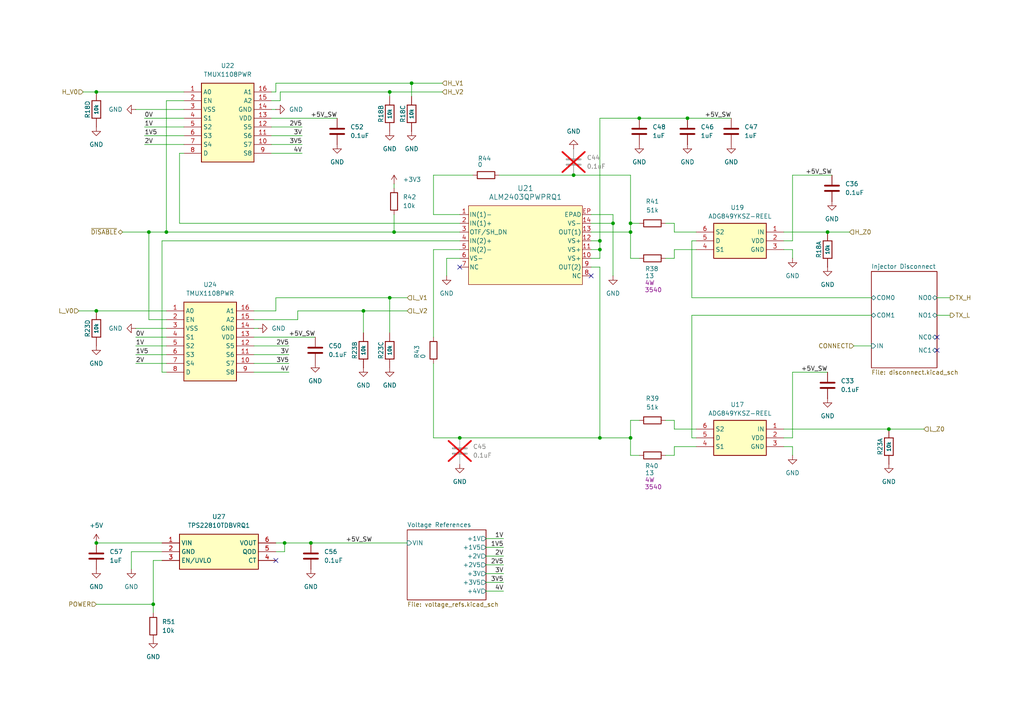
<source format=kicad_sch>
(kicad_sch (version 20250114) (generator "eeschema") (generator_version "9.0")
  (paper "A4")
  (title_block (title "Maritime Hacking Village") (date "2025") (rev "1") (company "DC33"))
  (lib_symbols
    (symbol "ALM2403QPWPRQ1_1" (pin_names (offset 0.254))
      (property "Reference" "U" (at 27.94 10.16 0))
      (property "Value" "ALM2403QPWPRQ1" (at 27.94 7.62 0))
      (symbol "ALM2403QPWPRQ1_1_0_1"
        (pin unspecified line (at 5.08 -2.54 0) (length 2.54) (name "IN(1)+") (number "2"))
        (pin unspecified line (at 5.08 -5.08 0) (length 2.54) (name "OTF/SH_DN") (number "3"))
        (pin unspecified line (at 5.08 -7.62 0) (length 2.54) (name "IN(2)+") (number "4"))
        (pin unspecified line (at 5.08 -10.16 0) (length 2.54) (name "IN(2)-") (number "5"))
        (pin unspecified line (at 5.08 -12.7 0) (length 2.54) (name "VS-") (number "6"))
        (pin unspecified line (at 5.08 -15.24 0) (length 2.54) (name "NC") (number "7"))
        (pin unspecified line (at 43.18 -2.54 180) (length 2.54) (name "VS-") (number "14"))
        (pin unspecified line (at 43.18 -5.08 180) (length 2.54) (name "OUT(1)") (number "13"))
        (pin unspecified line (at 43.18 -7.62 180) (length 2.54) (name "VS+") (number "12"))
        (pin unspecified line (at 43.18 -10.16 180) (length 2.54) (name "VS+") (number "11"))
        (pin unspecified line (at 43.18 -12.7 180) (length 2.54) (name "VS+") (number "10"))
        (pin unspecified line (at 43.18 -15.24 180) (length 2.54) (name "OUT(2)") (number "9"))
        (pin unspecified line (at 43.18 -17.78 180) (length 2.54) (name "NC") (number "8"))
      )
      (symbol "ALM2403QPWPRQ1_1_1_1"
        (rectangle (start 7.62 2.54) (end 40.64 -20.32) (fill (type background)))
        (pin unspecified line (at 5.08 0 0) (length 2.54) (name "IN(1)-") (number "1"))
        (pin unspecified line (at 43.18 0 180) (length 2.54) (name "EPAD") (number "EP"))
      )
    )
    (symbol "Library:ADG849YKSZ-REEL"
      (property "Reference" "IC" (at 21.59 7.62 0))
      (property "Value" "ADG849YKSZ-REEL" (at 21.59 5.08 0))
      (symbol "ADG849YKSZ-REEL_1_1"
        (rectangle (start 5.08 2.54) (end 20.32 -7.62) (stroke (width 0.254)) (fill (type background)))
        (pin passive line (at 0 0 0) (length 5.08) (name "IN") (number "1"))
        (pin passive line (at 0 -2.54 0) (length 5.08) (name "VDD") (number "2"))
        (pin passive line (at 0 -5.08 0) (length 5.08) (name "GND") (number "3"))
        (pin passive line (at 25.4 0 180) (length 5.08) (name "S2") (number "6"))
        (pin passive line (at 25.4 -2.54 180) (length 5.08) (name "D") (number "5"))
        (pin passive line (at 25.4 -5.08 180) (length 5.08) (name "S1") (number "4"))
      )
    )
    (symbol "Library:C" (pin_numbers (hide yes)) (pin_names (offset 0.254))
      (property "Reference" "C" (at 0.635 2.54 0))
      (property "Value" "C" (at 0.635 -2.54 0))
      (symbol "C_0_1"
        (polyline (pts (xy -2.032 0.762) (xy 2.032 0.762)) (stroke (width 0.508)))
        (polyline (pts (xy -2.032 -0.762) (xy 2.032 -0.762)) (stroke (width 0.508)))
      )
      (symbol "C_1_1"
        (pin passive line (at 0 3.81 270) (length 2.794) (name "~") (number "1"))
        (pin passive line (at 0 -3.81 90) (length 2.794) (name "~") (number "2"))
      )
    )
    (symbol "Library:R" (pin_numbers (hide yes)) (pin_names (offset 0))
      (property "Reference" "R" (at 2.032 0 90))
      (property "Value" "R" (at 0 0 90))
      (symbol "R_0_1"
        (rectangle (start -1.016 -2.54) (end 1.016 2.54) (stroke (width 0.254)))
      )
      (symbol "R_1_1"
        (pin passive line (at 0 3.81 270) (length 1.27) (name "~") (number "1"))
        (pin passive line (at 0 -3.81 90) (length 1.27) (name "~") (number "2"))
      )
    )
    (symbol "Library:RESISTOR_4PACK"
      (property "Reference" "R" (at 0 2.54 0))
      (symbol "RESISTOR_4PACK_1_0"
        (polyline (pts (xy -2.54 1.27) (xy 2.54 1.27)) (stroke (width 0.254)))
        (polyline (pts (xy -2.54 -1.27) (xy -2.54 1.27)) (stroke (width 0.254)))
        (polyline (pts (xy 2.54 1.27) (xy 2.54 -1.27)) (stroke (width 0.254)))
        (polyline (pts (xy 2.54 -1.27) (xy -2.54 -1.27)) (stroke (width 0.254)))
        (pin passive line (at -5.08 0 0) (length 2.54) (name "1") (number "1"))
        (pin passive line (at 5.08 0 180) (length 2.54) (name "2") (number "8"))
      )
      (symbol "RESISTOR_4PACK_2_0"
        (polyline (pts (xy -2.54 1.27) (xy 2.54 1.27)) (stroke (width 0.254)))
        (polyline (pts (xy -2.54 -1.27) (xy -2.54 1.27)) (stroke (width 0.254)))
        (polyline (pts (xy 2.54 1.27) (xy 2.54 -1.27)) (stroke (width 0.254)))
        (polyline (pts (xy 2.54 -1.27) (xy -2.54 -1.27)) (stroke (width 0.254)))
        (pin passive line (at -5.08 0 0) (length 2.54) (name "1") (number "2"))
        (pin passive line (at 5.08 0 180) (length 2.54) (name "2") (number "7"))
      )
      (symbol "RESISTOR_4PACK_3_0"
        (polyline (pts (xy -2.54 1.27) (xy 2.54 1.27)) (stroke (width 0.254)))
        (polyline (pts (xy -2.54 -1.27) (xy -2.54 1.27)) (stroke (width 0.254)))
        (polyline (pts (xy 2.54 1.27) (xy 2.54 -1.27)) (stroke (width 0.254)))
        (polyline (pts (xy 2.54 -1.27) (xy -2.54 -1.27)) (stroke (width 0.254)))
        (pin passive line (at -5.08 0 0) (length 2.54) (name "1") (number "3"))
        (pin passive line (at 5.08 0 180) (length 2.54) (name "2") (number "6"))
      )
      (symbol "RESISTOR_4PACK_4_0"
        (polyline (pts (xy -2.54 1.27) (xy 2.54 1.27)) (stroke (width 0.254)))
        (polyline (pts (xy -2.54 -1.27) (xy -2.54 1.27)) (stroke (width 0.254)))
        (polyline (pts (xy 2.54 1.27) (xy 2.54 -1.27)) (stroke (width 0.254)))
        (polyline (pts (xy 2.54 -1.27) (xy -2.54 -1.27)) (stroke (width 0.254)))
        (pin passive line (at -5.08 0 0) (length 2.54) (name "1") (number "4"))
        (pin passive line (at 5.08 0 180) (length 2.54) (name "2") (number "5"))
      )
    )
    (symbol "Library:TMUX1108PWR"
      (property "Reference" "IC" (at 21.59 7.62 0))
      (property "Value" "TMUX1108PWR" (at 21.59 5.08 0))
      (symbol "TMUX1108PWR_1_1"
        (rectangle (start 5.08 2.54) (end 20.32 -20.32) (stroke (width 0.254)) (fill (type background)))
        (pin passive line (at 0 0 0) (length 5.08) (name "A0") (number "1"))
        (pin passive line (at 0 -2.54 0) (length 5.08) (name "EN") (number "2"))
        (pin passive line (at 0 -5.08 0) (length 5.08) (name "VSS") (number "3"))
        (pin passive line (at 0 -7.62 0) (length 5.08) (name "S1") (number "4"))
        (pin passive line (at 0 -10.16 0) (length 5.08) (name "S2") (number "5"))
        (pin passive line (at 0 -12.7 0) (length 5.08) (name "S3") (number "6"))
        (pin passive line (at 0 -15.24 0) (length 5.08) (name "S4") (number "7"))
        (pin passive line (at 0 -17.78 0) (length 5.08) (name "D") (number "8"))
        (pin passive line (at 25.4 0 180) (length 5.08) (name "A1") (number "16"))
        (pin passive line (at 25.4 -2.54 180) (length 5.08) (name "A2") (number "15"))
        (pin passive line (at 25.4 -5.08 180) (length 5.08) (name "GND") (number "14"))
        (pin passive line (at 25.4 -7.62 180) (length 5.08) (name "VDD") (number "13"))
        (pin passive line (at 25.4 -10.16 180) (length 5.08) (name "S5") (number "12"))
        (pin passive line (at 25.4 -12.7 180) (length 5.08) (name "S6") (number "11"))
        (pin passive line (at 25.4 -15.24 180) (length 5.08) (name "S7") (number "10"))
        (pin passive line (at 25.4 -17.78 180) (length 5.08) (name "S8") (number "9"))
      )
    )
    (symbol "Library:TPS22810TDBVRQ1"
      (property "Reference" "U" (at 29.21 7.62 0))
      (property "Value" "TPS22810TDBVRQ1" (at 29.21 5.08 0))
      (symbol "TPS22810TDBVRQ1_1_1"
        (rectangle (start 5.08 2.54) (end 27.94 -7.62) (stroke (width 0.254)) (fill (type background)))
        (pin power_in line (at 0 0 0) (length 5.08) (name "VIN") (number "1"))
        (pin passive line (at 0 -2.54 0) (length 5.08) (name "GND") (number "2"))
        (pin passive line (at 0 -5.08 0) (length 5.08) (name "EN/UVLO") (number "3"))
        (pin power_out line (at 33.02 0 180) (length 5.08) (name "VOUT") (number "6"))
        (pin passive line (at 33.02 -2.54 180) (length 5.08) (name "QOD") (number "5"))
        (pin passive line (at 33.02 -5.08 180) (length 5.08) (name "CT") (number "4"))
      )
    )
    (symbol "power:+5V" (power) (pin_numbers (hide yes)) (pin_names (offset 0) (hide yes))
      (property "Value" "+5V" (at 0 3.556 0))
      (symbol "+5V_0_1"
        (polyline (pts (xy -0.762 1.27) (xy 0 2.54)))
        (polyline (pts (xy 0 2.54) (xy 0.762 1.27)))
        (polyline (pts (xy 0 0) (xy 0 2.54)))
      )
      (symbol "+5V_1_1"
        (pin power_in line (at 0 0 90) (length 0) (name "~") (number "1"))
      )
    )
    (symbol "power:GND" (power) (pin_numbers (hide yes)) (pin_names (offset 0) (hide yes))
      (property "Value" "GND" (at 0 -3.81 0))
      (symbol "GND_0_1"
        (polyline (pts (xy 0 0) (xy 0 -1.27) (xy 1.27 -1.27) (xy 0 -2.54) (xy -1.27 -1.27) (xy 0 -1.27)))
      )
      (symbol "GND_1_1"
        (pin power_in line (at 0 0 270) (length 0) (name "~") (number "1"))
      )
    )
  )
  (junction (at 43.18 67.31))
  (junction (at 182.88 67.31))
  (junction (at 105.41 90.17))
  (junction (at 133.35 127))
  (junction (at 166.37 50.8))
  (junction (at 113.03 26.67))
  (junction (at 119.38 24.13))
  (junction (at 182.88 64.77))
  (junction (at 27.94 26.67))
  (junction (at 173.99 72.39))
  (junction (at 199.39 34.29))
  (junction (at 173.99 127))
  (junction (at 257.81 124.46))
  (junction (at 240.03 67.31))
  (junction (at 173.99 69.85))
  (junction (at 27.94 157.48))
  (junction (at 185.42 34.29))
  (junction (at 27.94 90.17))
  (junction (at 48.26 67.31))
  (junction (at 113.03 86.36))
  (junction (at 114.3 67.31))
  (junction (at 82.55 157.48))
  (junction (at 182.88 127))
  (junction (at 177.8 64.77))
  (junction (at 90.17 157.48))
  (junction (at 44.45 175.26))
  (no_connect (at 171.45 80.01))
  (no_connect (at 80.01 162.56))
  (no_connect (at 271.78 97.79))
  (no_connect (at 133.35 77.47))
  (no_connect (at 271.78 101.6))
  (wire (pts (xy 43.18 67.31) (xy 48.26 67.31)))
  (wire (pts (xy 182.88 64.77) (xy 185.42 64.77)))
  (wire (pts (xy 195.58 121.92) (xy 193.04 121.92)))
  (wire (pts (xy 125.73 72.39) (xy 125.73 97.79)))
  (wire (pts (xy 38.1 160.02) (xy 38.1 165.1)))
  (wire (pts (xy 125.73 72.39) (xy 133.35 72.39)))
  (wire (pts (xy 229.87 50.8) (xy 241.3 50.8)))
  (wire (pts (xy 22.86 90.17) (xy 27.94 90.17)))
  (wire (pts (xy 78.74 34.29) (xy 97.79 34.29)))
  (wire (pts (xy 229.87 72.39) (xy 227.33 72.39)))
  (wire (pts (xy 185.42 34.29) (xy 173.99 34.29)))
  (wire (pts (xy 86.36 92.71) (xy 73.66 92.71)))
  (wire (pts (xy 195.58 64.77) (xy 195.58 67.31)))
  (wire (pts (xy 227.33 69.85) (xy 229.87 69.85)))
  (wire (pts (xy 182.88 64.77) (xy 182.88 67.31)))
  (wire (pts (xy 87.63 44.45) (xy 78.74 44.45)))
  (wire (pts (xy 113.03 86.36) (xy 113.03 96.52)))
  (wire (pts (xy 177.8 64.77) (xy 177.8 80.01)))
  (wire (pts (xy 166.37 50.8) (xy 144.78 50.8)))
  (wire (pts (xy 81.28 29.21) (xy 78.74 29.21)))
  (wire (pts (xy 229.87 74.93) (xy 229.87 72.39)))
  (wire (pts (xy 200.66 69.85) (xy 200.66 86.36)))
  (wire (pts (xy 113.03 26.67) (xy 113.03 27.94)))
  (wire (pts (xy 105.41 90.17) (xy 118.11 90.17)))
  (wire (pts (xy 171.45 72.39) (xy 173.99 72.39)))
  (wire (pts (xy 39.37 105.41) (xy 48.26 105.41)))
  (wire (pts (xy 182.88 64.77) (xy 182.88 50.8)))
  (wire (pts (xy 113.03 26.67) (xy 128.27 26.67)))
  (wire (pts (xy 43.18 67.31) (xy 43.18 92.71)))
  (wire (pts (xy 125.73 50.8) (xy 125.73 62.23)))
  (wire (pts (xy 87.63 36.83) (xy 78.74 36.83)))
  (wire (pts (xy 247.65 100.33) (xy 252.73 100.33)))
  (wire (pts (xy 173.99 77.47) (xy 173.99 127)))
  (wire (pts (xy 171.45 69.85) (xy 173.99 69.85)))
  (wire (pts (xy 86.36 90.17) (xy 105.41 90.17)))
  (wire (pts (xy 200.66 86.36) (xy 252.73 86.36)))
  (wire (pts (xy 137.16 50.8) (xy 125.73 50.8)))
  (wire (pts (xy 212.09 34.29) (xy 199.39 34.29)))
  (wire (pts (xy 133.35 74.93) (xy 129.54 74.93)))
  (wire (pts (xy 73.66 95.25) (xy 74.93 95.25)))
  (wire (pts (xy 78.74 31.75) (xy 80.01 31.75)))
  (wire (pts (xy 125.73 105.41) (xy 125.73 127)))
  (wire (pts (xy 227.33 124.46) (xy 257.81 124.46)))
  (wire (pts (xy 200.66 91.44) (xy 252.73 91.44)))
  (wire (pts (xy 229.87 50.8) (xy 229.87 69.85)))
  (wire (pts (xy 48.26 29.21) (xy 48.26 67.31)))
  (wire (pts (xy 41.91 39.37) (xy 53.34 39.37)))
  (wire (pts (xy 119.38 24.13) (xy 80.01 24.13)))
  (wire (pts (xy 257.81 124.46) (xy 267.97 124.46)))
  (wire (pts (xy 200.66 127) (xy 201.93 127)))
  (wire (pts (xy 41.91 34.29) (xy 53.34 34.29)))
  (wire (pts (xy 173.99 127) (xy 133.35 127)))
  (wire (pts (xy 171.45 62.23) (xy 177.8 62.23)))
  (wire (pts (xy 133.35 62.23) (xy 125.73 62.23)))
  (wire (pts (xy 114.3 53.34) (xy 114.3 54.61)))
  (wire (pts (xy 80.01 86.36) (xy 80.01 90.17)))
  (wire (pts (xy 83.82 105.41) (xy 73.66 105.41)))
  (wire (pts (xy 83.82 107.95) (xy 73.66 107.95)))
  (wire (pts (xy 86.36 90.17) (xy 86.36 92.71)))
  (wire (pts (xy 87.63 39.37) (xy 78.74 39.37)))
  (wire (pts (xy 171.45 67.31) (xy 182.88 67.31)))
  (wire (pts (xy 195.58 132.08) (xy 193.04 132.08)))
  (wire (pts (xy 80.01 160.02) (xy 82.55 160.02)))
  (wire (pts (xy 182.88 127) (xy 182.88 132.08)))
  (wire (pts (xy 229.87 129.54) (xy 227.33 129.54)))
  (wire (pts (xy 73.66 97.79) (xy 91.44 97.79)))
  (wire (pts (xy 140.97 166.37) (xy 146.05 166.37)))
  (wire (pts (xy 185.42 132.08) (xy 182.88 132.08)))
  (wire (pts (xy 195.58 72.39) (xy 195.58 74.93)))
  (wire (pts (xy 39.37 100.33) (xy 48.26 100.33)))
  (wire (pts (xy 240.03 67.31) (xy 246.38 67.31)))
  (wire (pts (xy 82.55 157.48) (xy 90.17 157.48)))
  (wire (pts (xy 200.66 127) (xy 200.66 91.44)))
  (wire (pts (xy 271.78 86.36) (xy 275.59 86.36)))
  (wire (pts (xy 24.13 26.67) (xy 27.94 26.67)))
  (wire (pts (xy 27.94 175.26) (xy 44.45 175.26)))
  (wire (pts (xy 227.33 67.31) (xy 240.03 67.31)))
  (wire (pts (xy 105.41 90.17) (xy 105.41 96.52)))
  (wire (pts (xy 227.33 127) (xy 229.87 127)))
  (wire (pts (xy 90.17 157.48) (xy 118.11 157.48)))
  (wire (pts (xy 182.88 67.31) (xy 182.88 74.93)))
  (wire (pts (xy 271.78 91.44) (xy 275.59 91.44)))
  (wire (pts (xy 182.88 50.8) (xy 166.37 50.8)))
  (wire (pts (xy 46.99 107.95) (xy 46.99 69.85)))
  (wire (pts (xy 195.58 74.93) (xy 193.04 74.93)))
  (wire (pts (xy 39.37 97.79) (xy 48.26 97.79)))
  (wire (pts (xy 113.03 86.36) (xy 80.01 86.36)))
  (wire (pts (xy 53.34 29.21) (xy 48.26 29.21)))
  (wire (pts (xy 173.99 74.93) (xy 171.45 74.93)))
  (wire (pts (xy 119.38 24.13) (xy 119.38 27.94)))
  (wire (pts (xy 125.73 127) (xy 133.35 127)))
  (wire (pts (xy 80.01 157.48) (xy 82.55 157.48)))
  (wire (pts (xy 87.63 41.91) (xy 78.74 41.91)))
  (wire (pts (xy 80.01 90.17) (xy 73.66 90.17)))
  (wire (pts (xy 39.37 95.25) (xy 48.26 95.25)))
  (wire (pts (xy 173.99 72.39) (xy 173.99 74.93)))
  (wire (pts (xy 46.99 69.85) (xy 133.35 69.85)))
  (wire (pts (xy 48.26 92.71) (xy 43.18 92.71)))
  (wire (pts (xy 44.45 175.26) (xy 44.45 177.8)))
  (wire (pts (xy 114.3 67.31) (xy 133.35 67.31)))
  (wire (pts (xy 140.97 168.91) (xy 146.05 168.91)))
  (wire (pts (xy 44.45 162.56) (xy 46.99 162.56)))
  (wire (pts (xy 118.11 86.36) (xy 113.03 86.36)))
  (wire (pts (xy 41.91 36.83) (xy 53.34 36.83)))
  (wire (pts (xy 27.94 26.67) (xy 53.34 26.67)))
  (wire (pts (xy 35.56 67.31) (xy 43.18 67.31)))
  (wire (pts (xy 80.01 26.67) (xy 78.74 26.67)))
  (wire (pts (xy 39.37 31.75) (xy 53.34 31.75)))
  (wire (pts (xy 173.99 34.29) (xy 173.99 69.85)))
  (wire (pts (xy 185.42 74.93) (xy 182.88 74.93)))
  (wire (pts (xy 140.97 161.29) (xy 146.05 161.29)))
  (wire (pts (xy 195.58 124.46) (xy 201.93 124.46)))
  (wire (pts (xy 201.93 129.54) (xy 195.58 129.54)))
  (wire (pts (xy 128.27 24.13) (xy 119.38 24.13)))
  (wire (pts (xy 173.99 127) (xy 182.88 127)))
  (wire (pts (xy 114.3 62.23) (xy 114.3 67.31)))
  (wire (pts (xy 195.58 129.54) (xy 195.58 132.08)))
  (wire (pts (xy 182.88 121.92) (xy 185.42 121.92)))
  (wire (pts (xy 177.8 62.23) (xy 177.8 64.77)))
  (wire (pts (xy 27.94 157.48) (xy 46.99 157.48)))
  (wire (pts (xy 41.91 41.91) (xy 53.34 41.91)))
  (wire (pts (xy 52.07 44.45) (xy 52.07 64.77)))
  (wire (pts (xy 229.87 127) (xy 229.87 107.95)))
  (wire (pts (xy 229.87 132.08) (xy 229.87 129.54)))
  (wire (pts (xy 182.88 121.92) (xy 182.88 127)))
  (wire (pts (xy 140.97 171.45) (xy 146.05 171.45)))
  (wire (pts (xy 83.82 102.87) (xy 73.66 102.87)))
  (wire (pts (xy 140.97 163.83) (xy 146.05 163.83)))
  (wire (pts (xy 80.01 24.13) (xy 80.01 26.67)))
  (wire (pts (xy 173.99 69.85) (xy 173.99 72.39)))
  (wire (pts (xy 81.28 26.67) (xy 113.03 26.67)))
  (wire (pts (xy 201.93 72.39) (xy 195.58 72.39)))
  (wire (pts (xy 27.94 90.17) (xy 48.26 90.17)))
  (wire (pts (xy 199.39 34.29) (xy 185.42 34.29)))
  (wire (pts (xy 48.26 107.95) (xy 46.99 107.95)))
  (wire (pts (xy 195.58 121.92) (xy 195.58 124.46)))
  (wire (pts (xy 52.07 44.45) (xy 53.34 44.45)))
  (wire (pts (xy 48.26 67.31) (xy 114.3 67.31)))
  (wire (pts (xy 173.99 77.47) (xy 171.45 77.47)))
  (wire (pts (xy 140.97 156.21) (xy 146.05 156.21)))
  (wire (pts (xy 83.82 100.33) (xy 73.66 100.33)))
  (wire (pts (xy 200.66 69.85) (xy 201.93 69.85)))
  (wire (pts (xy 39.37 102.87) (xy 48.26 102.87)))
  (wire (pts (xy 44.45 162.56) (xy 44.45 175.26)))
  (wire (pts (xy 81.28 26.67) (xy 81.28 29.21)))
  (wire (pts (xy 82.55 160.02) (xy 82.55 157.48)))
  (wire (pts (xy 46.99 160.02) (xy 38.1 160.02)))
  (wire (pts (xy 129.54 74.93) (xy 129.54 80.01)))
  (wire (pts (xy 140.97 158.75) (xy 146.05 158.75)))
  (wire (pts (xy 171.45 64.77) (xy 177.8 64.77)))
  (wire (pts (xy 229.87 107.95) (xy 240.03 107.95)))
  (wire (pts (xy 195.58 67.31) (xy 201.93 67.31)))
  (wire (pts (xy 195.58 64.77) (xy 193.04 64.77)))
  (wire (pts (xy 52.07 64.77) (xy 133.35 64.77)))
  (label "+5V_SW" (at 212.09 34.29 180))
  (label "1V5" (at 146.05 158.75 180))
  (label "3V5" (at 146.05 168.91 180))
  (label "1V" (at 146.05 156.21 180))
  (label "1V" (at 41.91 36.83 0))
  (label "1V5" (at 41.91 39.37 0))
  (label "3V" (at 83.82 102.87 180))
  (label "3V5" (at 83.82 105.41 180))
  (label "3V5" (at 87.63 41.91 180))
  (label "+5V_SW" (at 97.79 34.29 180))
  (label "+5V_SW" (at 241.3 50.8 180))
  (label "2V5" (at 146.05 163.83 180))
  (label "+5V_SW" (at 91.44 97.79 180))
  (label "2V" (at 41.91 41.91 0))
  (label "4V" (at 87.63 44.45 180))
  (label "0V" (at 39.37 97.79 0))
  (label "1V" (at 39.37 100.33 0))
  (label "4V" (at 83.82 107.95 180))
  (label "1V5" (at 39.37 102.87 0))
  (label "2V5" (at 83.82 100.33 180))
  (label "+5V_SW" (at 107.95 157.48 180))
  (label "2V" (at 39.37 105.41 0))
  (label "0V" (at 41.91 34.29 0))
  (label "3V" (at 87.63 39.37 180))
  (label "+5V_SW" (at 240.03 107.95 180))
  (label "4V" (at 146.05 171.45 180))
  (label "2V" (at 146.05 161.29 180))
  (label "2V5" (at 87.63 36.83 180))
  (label "3V" (at 146.05 166.37 180))
  (hierarchical_label "TX_H" (shape output) (at 275.59 86.36 0))
  (hierarchical_label "L_V0" (shape input) (at 22.86 90.17 180))
  (hierarchical_label "L_Z0" (shape input) (at 267.97 124.46 0))
  (hierarchical_label "H_V1" (shape input) (at 128.27 24.13 0))
  (hierarchical_label "L_V2" (shape input) (at 118.11 90.17 0))
  (hierarchical_label "CONNECT" (shape input) (at 247.65 100.33 180))
  (hierarchical_label "H_Z0" (shape input) (at 246.38 67.31 0))
  (hierarchical_label "POWER" (shape input) (at 27.94 175.26 180))
  (hierarchical_label "H_V2" (shape input) (at 128.27 26.67 0))
  (hierarchical_label "~{DISABLE}" (shape tri_state) (at 35.56 67.31 180))
  (hierarchical_label "L_V1" (shape input) (at 118.11 86.36 0))
  (hierarchical_label "H_V0" (shape input) (at 24.13 26.67 180))
  (hierarchical_label "TX_L" (shape output) (at 275.59 91.44 0))
  (symbol (lib_id "power:GND") (at 105.41 106.68 0) (unit 1)
    (property "Reference" "#PWR0207" (effects (hide yes)))
    (property "Value" "GND" (at 105.41 111.76 0))
    (property "Description" "Power symbol creates a global label with name \"GND\" , ground" (effects (hide yes)))
  )
  (symbol (lib_id "Library:C") (at 241.3 54.61 0) (unit 1)
    (property "Reference" "C36" (at 245.11 53.3399 0) (effects (justify left)))
    (property "Value" "0.1uF" (at 245.11 55.8799 0) (effects (justify left)))
    (property "Footprint" "Capacitor_SMD:C_0603_1608Metric" (effects (hide yes)))
    (property "Datasheet" "https://datasheets.kyocera-avx.com/KGM_X7R.pdf" (effects (hide yes)))
    (property "Description" "CAP CER 0.1UF 25V X7R 0603" (effects (hide yes)))
    (property "Manufacturer" "KYOCERA AVX" (effects (hide yes)))
    (property "Package" "0603" (effects (hide yes)))
    (property "Manufacturer Part Number" "KGM15BR71E104KT" (effects (hide yes)))
  )
  (symbol (lib_id "Library:C") (at 199.39 38.1 0) (unit 1)
    (property "Reference" "C46" (at 203.2 36.8299 0) (effects (justify left)))
    (property "Value" "1uF" (at 203.2 39.3699 0) (effects (justify left)))
    (property "Footprint" "Capacitor_SMD:C_0603_1608Metric" (effects (hide yes)))
    (property "Datasheet" "https://www.yageo.com/upload/media/product/productsearch/datasheet/mlcc/UPY-GPHC_X7R_6.3V-to-250V_24.pdf" (effects (hide yes)))
    (property "Description" "CAP CER 1UF 50V X7R 0603" (effects (hide yes)))
    (property "Manufacturer" "Yageo" (effects (hide yes)))
    (property "Package" "0603" (effects (hide yes)))
    (property "Manufacturer Part Number" "CC0603KRX7R9BB105" (effects (hide yes)))
  )
  (symbol (lib_id "Library:C") (at 185.42 38.1 0) (unit 1)
    (property "Reference" "C48" (at 189.23 36.8299 0) (effects (justify left)))
    (property "Value" "1uF" (at 189.23 39.3699 0) (effects (justify left)))
    (property "Footprint" "Capacitor_SMD:C_0603_1608Metric" (effects (hide yes)))
    (property "Datasheet" "https://www.yageo.com/upload/media/product/productsearch/datasheet/mlcc/UPY-GPHC_X7R_6.3V-to-250V_24.pdf" (effects (hide yes)))
    (property "Description" "CAP CER 1UF 50V X7R 0603" (effects (hide yes)))
    (property "Manufacturer" "Yageo" (effects (hide yes)))
    (property "Package" "0603" (effects (hide yes)))
    (property "Manufacturer Part Number" "CC0603KRX7R9BB105" (effects (hide yes)))
  )
  (symbol (lib_id "Library:ADG849YKSZ-REEL") (at 227.33 124.46 0) (mirror y) (unit 1)
    (property "Reference" "U17" (at 213.868 117.348 0))
    (property "Value" "ADG849YKSZ-REEL" (at 214.63 119.888 0))
    (property "Footprint" "Library:SOT65P210X110-6N" (effects (hide yes)))
    (property "Datasheet" "https://www.analog.com/media/en/technical-documentation/data-sheets/ADG849.pdf" (effects (hide yes)))
    (property "Description" "IC SWITCH SPDTX1 600MOHM SC70-6" (effects (hide yes)))
    (property "Height" "1.1" (effects (hide yes)))
    (property "Manufacturer" "Analog Devices" (effects (hide yes)))
    (property "Manufacturer Part Number" "ADG849YKSZ-REEL" (effects (hide yes)))
  )
  (symbol (lib_id "power:GND") (at 74.93 95.25 90) (unit 1)
    (property "Reference" "#PWR073" (effects (hide yes)))
    (property "Value" "GND" (at 78.74 95.2499 90) (effects (justify right)))
    (property "Description" "Power symbol creates a global label with name \"GND\" , ground" (effects (hide yes)))
  )
  (symbol (lib_id "Library:R") (at 44.45 181.61 180) (unit 1)
    (property "Reference" "R51" (at 46.99 180.3399 0) (effects (justify right)))
    (property "Value" "10k" (at 46.99 182.8799 0) (effects (justify right)))
    (property "Footprint" "Resistor_SMD:R_0603_1608Metric" (effects (hide yes)))
    (property "Datasheet" "https://www.te.com/commerce/DocumentDelivery/DDEController?Action=srchrtrv&DocNm=1773204&DocType=DS&DocLang=English" (effects (hide yes)))
    (property "Description" "RES SMD 10K OHM 1% 1/10W 0603" (effects (hide yes)))
    (property "Tolerance" "1%" (effects (hide yes)))
    (property "Manufacturer" "TE Connectivity Passive Product" (effects (hide yes)))
    (property "Manufacturer Part Number" "CRG0603F10K" (effects (hide yes)))
  )
  (symbol (lib_id "Library:R") (at 125.73 101.6 180) (unit 1)
    (property "Reference" "R43" (at 120.904 100.076 90) (effects (justify left)))
    (property "Value" "0" (at 122.682 102.616 90) (effects (justify left)))
    (property "Footprint" "Resistor_SMD:R_0603_1608Metric" (effects (hide yes)))
    (property "Datasheet" "https://industrial.panasonic.com/cdbs/www-data/pdf/RDA0000/AOA0000C301.pdf" (effects (hide yes)))
    (property "Description" "RES SMD 0 OHM JUMPER 1/10W 0603" (effects (hide yes)))
    (property "Tolerance" "1%" (effects (hide yes)))
    (property "Manufacturer" "Panasonic Electronic Components" (effects (hide yes)))
    (property "Manufacturer Part Number" "ERJ-3GEY0R00V" (effects (hide yes)))
  )
  (symbol (lib_id "Library:C") (at 91.44 101.6 0) (unit 1)
    (property "Reference" "C50" (at 95.25 100.3299 0) (effects (justify left)))
    (property "Value" "0.1uF" (at 95.25 102.8699 0) (effects (justify left)))
    (property "Footprint" "Capacitor_SMD:C_0603_1608Metric" (effects (hide yes)))
    (property "Datasheet" "https://datasheets.kyocera-avx.com/KGM_X7R.pdf" (effects (hide yes)))
    (property "Description" "CAP CER 0.1UF 25V X7R 0603" (effects (hide yes)))
    (property "Manufacturer" "KYOCERA AVX" (effects (hide yes)))
    (property "Package" "0603" (effects (hide yes)))
    (property "Manufacturer Part Number" "KGM15BR71E104KT" (effects (hide yes)))
  )
  (symbol (lib_id "Library:TMUX1108PWR") (at 48.26 90.17 0) (unit 1)
    (property "Reference" "U24" (at 60.96 82.55 0))
    (property "Value" "TMUX1108PWR" (at 60.96 85.09 0))
    (property "Footprint" "Library:SOP65P640X120-16N" (effects (hide yes)))
    (property "Datasheet" "http://www.ti.com/lit/ds/symlink/tmux1108.pdf" (effects (hide yes)))
    (property "Description" "IC MUX 8:1 4OHM 16TSSOP" (effects (hide yes)))
    (property "Height" "1.2" (effects (hide yes)))
    (property "Manufacturer" "Texas Instruments" (effects (hide yes)))
    (property "Manufacturer Part Number" "TMUX1108PWR" (effects (hide yes)))
  )
  (symbol (lib_id "Library:R") (at 189.23 74.93 90) (unit 1)
    (property "Reference" "R38" (at 191.008 77.978 90) (effects (justify left)))
    (property "Value" "13" (at 189.738 80.01 90) (effects (justify left)))
    (property "Footprint" "Library:RES_3540" (effects (hide yes)))
    (property "Datasheet" "https://www.mouser.es/datasheet/2/418/9/ENG_DS_1773204_5_1-3346398.pdf" (effects (hide yes)))
    (property "Description" "RES 3540 13R 1%" (effects (hide yes)))
    (property "Power" "4W" (at 188.468 82.042 90))
    (property "Package" "3540" (at 189.484 84.074 90))
    (property "Manufacturer" "TE Connectivity" (effects (hide yes)))
    (property "Tolerance" "1%" (effects (hide yes)))
    (property "Manufacturer Part Number" "354013RFT" (effects (hide yes)))
  )
  (symbol (lib_id "power:GND") (at 229.87 132.08 0) (unit 1)
    (property "Reference" "#PWR090" (effects (hide yes)))
    (property "Value" "GND" (at 229.87 137.16 0))
    (property "Description" "Power symbol creates a global label with name \"GND\" , ground" (effects (hide yes)))
  )
  (symbol (lib_id "power:GND") (at 177.8 80.01 0) (unit 1)
    (property "Reference" "#PWR083" (effects (hide yes)))
    (property "Value" "GND" (at 177.8 85.09 0))
    (property "Description" "Power symbol creates a global label with name \"GND\" , ground" (effects (hide yes)))
  )
  (symbol (lib_id "power:GND") (at 119.38 38.1 0) (unit 1)
    (property "Reference" "#PWR0212" (effects (hide yes)))
    (property "Value" "GND" (at 119.38 43.18 0))
    (property "Description" "Power symbol creates a global label with name \"GND\" , ground" (effects (hide yes)))
  )
  (symbol (lib_id "Library:R") (at 114.3 58.42 180) (unit 1)
    (property "Reference" "R42" (at 116.84 57.1499 0) (effects (justify right)))
    (property "Value" "10k" (at 116.84 59.6899 0) (effects (justify right)))
    (property "Footprint" "Resistor_SMD:R_0603_1608Metric" (effects (hide yes)))
    (property "Datasheet" "https://www.te.com/commerce/DocumentDelivery/DDEController?Action=srchrtrv&DocNm=1773204&DocType=DS&DocLang=English" (effects (hide yes)))
    (property "Description" "RES SMD 10K OHM 1% 1/10W 0603" (effects (hide yes)))
    (property "Tolerance" "1%" (effects (hide yes)))
    (property "Manufacturer" "TE Connectivity Passive Product" (effects (hide yes)))
    (property "Manufacturer Part Number" "CRG0603F10K" (effects (hide yes)))
  )
  (symbol (lib_id "power:GND") (at 27.94 100.33 0) (unit 1)
    (property "Reference" "#PWR0202" (effects (hide yes)))
    (property "Value" "GND" (at 27.94 105.41 0))
    (property "Description" "Power symbol creates a global label with name \"GND\" , ground" (effects (hide yes)))
  )
  (symbol (lib_id "Library:C") (at 27.94 161.29 0) (unit 1)
    (property "Reference" "C57" (at 31.75 160.0199 0) (effects (justify left)))
    (property "Value" "1uF" (at 31.75 162.5599 0) (effects (justify left)))
    (property "Footprint" "Capacitor_SMD:C_0603_1608Metric" (effects (hide yes)))
    (property "Datasheet" "https://www.yageo.com/upload/media/product/productsearch/datasheet/mlcc/UPY-GPHC_X7R_6.3V-to-250V_24.pdf" (effects (hide yes)))
    (property "Description" "CAP CER 1UF 50V X7R 0603" (effects (hide yes)))
    (property "Manufacturer" "Yageo" (effects (hide yes)))
    (property "Package" "0603" (effects (hide yes)))
    (property "Manufacturer Part Number" "CC0603KRX7R9BB105" (effects (hide yes)))
  )
  (symbol (lib_id "power:GND") (at 212.09 41.91 0) (unit 1)
    (property "Reference" "#PWR086" (effects (hide yes)))
    (property "Value" "GND" (at 212.09 46.99 0))
    (property "Description" "Power symbol creates a global label with name \"GND\" , ground" (effects (hide yes)))
  )
  (symbol (lib_id "Library:C") (at 166.37 46.99 0) (unit 1) (dnp yes)
    (property "Reference" "C44" (at 170.18 45.7199 0) (effects (justify left)))
    (property "Value" "0.1uF" (at 170.18 48.2599 0) (effects (justify left)))
    (property "Footprint" "Capacitor_SMD:C_0603_1608Metric" (effects (hide yes)))
    (property "Datasheet" "https://datasheets.kyocera-avx.com/KGM_X7R.pdf" (effects (hide yes)))
    (property "Description" "CAP CER 0.1UF 25V X7R 0603" (effects (hide yes)))
    (property "Manufacturer" "KYOCERA AVX" (effects (hide yes)))
    (property "Package" "0603" (effects (hide yes)))
    (property "Manufacturer Part Number" "KGM15BR71E104KT" (effects (hide yes)))
  )
  (symbol (lib_id "power:+5V") (at 27.94 157.48 0) (unit 1)
    (property "Reference" "#PWR0198" (effects (hide yes)))
    (property "Value" "+5V" (at 27.94 152.4 0))
    (property "Description" "Power symbol creates a global label with name \"+5V\"" (effects (hide yes)))
  )
  (symbol (lib_id "power:GND") (at 80.01 31.75 90) (unit 1)
    (property "Reference" "#PWR072" (effects (hide yes)))
    (property "Value" "GND" (at 83.82 31.7499 90) (effects (justify right)))
    (property "Description" "Power symbol creates a global label with name \"GND\" , ground" (effects (hide yes)))
  )
  (symbol (lib_id "Library:C") (at 212.09 38.1 0) (unit 1)
    (property "Reference" "C47" (at 215.9 36.8299 0) (effects (justify left)))
    (property "Value" "1uF" (at 215.9 39.3699 0) (effects (justify left)))
    (property "Footprint" "Capacitor_SMD:C_0603_1608Metric" (effects (hide yes)))
    (property "Datasheet" "https://www.yageo.com/upload/media/product/productsearch/datasheet/mlcc/UPY-GPHC_X7R_6.3V-to-250V_24.pdf" (effects (hide yes)))
    (property "Description" "CAP CER 1UF 50V X7R 0603" (effects (hide yes)))
    (property "Manufacturer" "Yageo" (effects (hide yes)))
    (property "Package" "0603" (effects (hide yes)))
    (property "Manufacturer Part Number" "CC0603KRX7R9BB105" (effects (hide yes)))
  )
  (symbol (lib_id "Library:C") (at 240.03 111.76 0) (unit 1)
    (property "Reference" "C33" (at 243.84 110.4899 0) (effects (justify left)))
    (property "Value" "0.1uF" (at 243.84 113.0299 0) (effects (justify left)))
    (property "Footprint" "Capacitor_SMD:C_0603_1608Metric" (effects (hide yes)))
    (property "Datasheet" "https://datasheets.kyocera-avx.com/KGM_X7R.pdf" (effects (hide yes)))
    (property "Description" "CAP CER 0.1UF 25V X7R 0603" (effects (hide yes)))
    (property "Manufacturer" "KYOCERA AVX" (effects (hide yes)))
    (property "Package" "0603" (effects (hide yes)))
    (property "Manufacturer Part Number" "KGM15BR71E104KT" (effects (hide yes)))
  )
  (symbol (lib_id "power:GND") (at 240.03 115.57 0) (unit 1)
    (property "Reference" "#PWR091" (effects (hide yes)))
    (property "Value" "GND" (at 240.03 120.65 0))
    (property "Description" "Power symbol creates a global label with name \"GND\" , ground" (effects (hide yes)))
  )
  (symbol (lib_id "Library:R") (at 140.97 50.8 90) (unit 1)
    (property "Reference" "R44" (at 142.494 45.974 90) (effects (justify left)))
    (property "Value" "0" (at 139.954 47.752 90) (effects (justify left)))
    (property "Footprint" "Resistor_SMD:R_0603_1608Metric" (effects (hide yes)))
    (property "Datasheet" "https://industrial.panasonic.com/cdbs/www-data/pdf/RDA0000/AOA0000C301.pdf" (effects (hide yes)))
    (property "Description" "RES SMD 0 OHM JUMPER 1/10W 0603" (effects (hide yes)))
    (property "Tolerance" "1%" (effects (hide yes)))
    (property "Manufacturer" "Panasonic Electronic Components" (effects (hide yes)))
    (property "Manufacturer Part Number" "ERJ-3GEY0R00V" (effects (hide yes)))
  )
  (symbol (lib_id "power:GND") (at 241.3 58.42 0) (unit 1)
    (property "Reference" "#PWR092" (effects (hide yes)))
    (property "Value" "GND" (at 241.3 63.5 0))
    (property "Description" "Power symbol creates a global label with name \"GND\" , ground" (effects (hide yes)))
  )
  (symbol (lib_id "power:GND") (at 113.03 38.1 0) (unit 1)
    (property "Reference" "#PWR0211" (effects (hide yes)))
    (property "Value" "GND" (at 113.03 43.18 0))
    (property "Description" "Power symbol creates a global label with name \"GND\" , ground" (effects (hide yes)))
  )
  (symbol (lib_id "power:GND") (at 240.03 77.47 0) (unit 1)
    (property "Reference" "#PWR0210" (effects (hide yes)))
    (property "Value" "GND" (at 240.03 82.55 0))
    (property "Description" "Power symbol creates a global label with name \"GND\" , ground" (effects (hide yes)))
  )
  (symbol (lib_id "power:GND") (at 91.44 105.41 0) (unit 1)
    (property "Reference" "#PWR075" (effects (hide yes)))
    (property "Value" "GND" (at 91.44 110.49 0))
    (property "Description" "Power symbol creates a global label with name \"GND\" , ground" (effects (hide yes)))
  )
  (symbol (lib_id "power:GND") (at 39.37 95.25 270) (unit 1)
    (property "Reference" "#PWR071" (effects (hide yes)))
    (property "Value" "GND" (at 35.56 95.2499 90) (effects (justify right)))
    (property "Description" "Power symbol creates a global label with name \"GND\" , ground" (effects (hide yes)))
  )
  (symbol (lib_id "Library:RESISTOR_4PACK") (at 113.03 101.6 90) (unit 3)
    (property "Reference" "R23" (at 110.49 101.6 0))
    (property "Value" "10k" (at 113.03 101.6 0) (effects (font (size 1.016 1.016) (thickness 0.2032) (bold yes))))
    (property "Footprint" "Library:RESPACK_4X0603" (effects (hide yes)))
    (property "Datasheet" "https://industrial.panasonic.com/cdbs/www-data/pdf/AOC0000/AOC0000C14.pdf" (effects (hide yes)))
    (property "Description" "RES ARRAY 4 RES 10K OHM 1206" (effects (hide yes)))
    (property "Manufacturer" "Panasonic Electronic Components" (effects (hide yes)))
    (property "Tolerance" "1%" (effects (hide yes)))
    (property "Manufacturer Part Number" "EXB-38V103JV" (effects (hide yes)))
  )
  (symbol (lib_id "power:GND") (at 229.87 74.93 0) (unit 1)
    (property "Reference" "#PWR088" (effects (hide yes)))
    (property "Value" "GND" (at 229.87 80.01 0))
    (property "Description" "Power symbol creates a global label with name \"GND\" , ground" (effects (hide yes)))
  )
  (symbol (lib_id "power:GND") (at 90.17 165.1 0) (unit 1)
    (property "Reference" "#PWR0118" (effects (hide yes)))
    (property "Value" "GND" (at 90.17 170.18 0))
    (property "Description" "Power symbol creates a global label with name \"GND\" , ground" (effects (hide yes)))
  )
  (symbol (lib_id "Library:RESISTOR_4PACK") (at 105.41 101.6 90) (unit 2)
    (property "Reference" "R23" (at 102.87 101.6 0))
    (property "Value" "10k" (at 105.41 101.6 0) (effects (font (size 1.016 1.016) (thickness 0.2032) (bold yes))))
    (property "Footprint" "Library:RESPACK_4X0603" (effects (hide yes)))
    (property "Datasheet" "https://industrial.panasonic.com/cdbs/www-data/pdf/AOC0000/AOC0000C14.pdf" (effects (hide yes)))
    (property "Description" "RES ARRAY 4 RES 10K OHM 1206" (effects (hide yes)))
    (property "Manufacturer" "Panasonic Electronic Components" (effects (hide yes)))
    (property "Tolerance" "1%" (effects (hide yes)))
    (property "Manufacturer Part Number" "EXB-38V103JV" (effects (hide yes)))
  )
  (symbol (lib_id "power:GND") (at 185.42 41.91 0) (unit 1)
    (property "Reference" "#PWR084" (effects (hide yes)))
    (property "Value" "GND" (at 185.42 46.99 0))
    (property "Description" "Power symbol creates a global label with name \"GND\" , ground" (effects (hide yes)))
  )
  (symbol (lib_id "Library:R") (at 189.23 121.92 270) (unit 1)
    (property "Reference" "R39" (at 189.23 115.57 90))
    (property "Value" "51k" (at 189.23 118.11 90))
    (property "Footprint" "Resistor_SMD:R_0603_1608Metric" (effects (hide yes)))
    (property "Datasheet" "https://www.yageo.com/upload/media/product/products/datasheet/rchip/PYu-RC_Group_51_RoHS_L_12.pdf" (effects (hide yes)))
    (property "Description" "RES 51K OHM 1% 1/10W 0603" (effects (hide yes)))
    (property "Tolerance" "1%" (effects (hide yes)))
    (property "Manufacturer" "Yageo" (effects (hide yes)))
    (property "Manufacturer Part Number" "RC0603FR-0751KL" (effects (hide yes)))
  )
  (symbol (lib_id "power:GND") (at 27.94 165.1 0) (unit 1)
    (property "Reference" "#PWR0117" (effects (hide yes)))
    (property "Value" "GND" (at 27.94 170.18 0))
    (property "Description" "Power symbol creates a global label with name \"GND\" , ground" (effects (hide yes)))
  )
  (symbol (lib_id "power:GND") (at 97.79 41.91 0) (unit 1)
    (property "Reference" "#PWR077" (effects (hide yes)))
    (property "Value" "GND" (at 97.79 46.99 0))
    (property "Description" "Power symbol creates a global label with name \"GND\" , ground" (effects (hide yes)))
  )
  (symbol (lib_id "Library:RESISTOR_4PACK") (at 119.38 33.02 90) (unit 3)
    (property "Reference" "R18" (at 116.84 33.02 0))
    (property "Value" "10k" (at 119.38 33.02 0) (effects (font (size 1.016 1.016) (thickness 0.2032) (bold yes))))
    (property "Footprint" "Library:RESPACK_4X0603" (effects (hide yes)))
    (property "Datasheet" "https://industrial.panasonic.com/cdbs/www-data/pdf/AOC0000/AOC0000C14.pdf" (effects (hide yes)))
    (property "Description" "RES ARRAY 4 RES 10K OHM 1206" (effects (hide yes)))
    (property "Manufacturer" "Panasonic Electronic Components" (effects (hide yes)))
    (property "Tolerance" "1%" (effects (hide yes)))
    (property "Manufacturer Part Number" "EXB-38V103JV" (effects (hide yes)))
  )
  (symbol (lib_id "Library:TMUX1108PWR") (at 53.34 26.67 0) (unit 1)
    (property "Reference" "U22" (at 66.04 19.05 0))
    (property "Value" "TMUX1108PWR" (at 66.04 21.59 0))
    (property "Footprint" "Library:SOP65P640X120-16N" (effects (hide yes)))
    (property "Datasheet" "http://www.ti.com/lit/ds/symlink/tmux1108.pdf" (effects (hide yes)))
    (property "Description" "IC MUX 8:1 4OHM 16TSSOP" (effects (hide yes)))
    (property "Height" "1.2" (effects (hide yes)))
    (property "Manufacturer" "Texas Instruments" (effects (hide yes)))
    (property "Manufacturer Part Number" "TMUX1108PWR" (effects (hide yes)))
  )
  (symbol (lib_id "power:GND") (at 39.37 31.75 270) (unit 1)
    (property "Reference" "#PWR070" (effects (hide yes)))
    (property "Value" "GND" (at 35.56 31.7499 90) (effects (justify right)))
    (property "Description" "Power symbol creates a global label with name \"GND\" , ground" (effects (hide yes)))
  )
  (symbol (lib_id "power:GND") (at 27.94 36.83 0) (unit 1)
    (property "Reference" "#PWR0193" (effects (hide yes)))
    (property "Value" "GND" (at 27.94 41.91 0))
    (property "Description" "Power symbol creates a global label with name \"GND\" , ground" (effects (hide yes)))
  )
  (symbol (lib_id "power:GND") (at 133.35 134.62 0) (unit 1)
    (property "Reference" "#PWR080" (effects (hide yes)))
    (property "Value" "GND" (at 133.35 139.7 0))
    (property "Description" "Power symbol creates a global label with name \"GND\" , ground" (effects (hide yes)))
  )
  (symbol (lib_id "power:GND") (at 257.81 134.62 0) (unit 1)
    (property "Reference" "#PWR0209" (effects (hide yes)))
    (property "Value" "GND" (at 257.81 139.7 0))
    (property "Description" "Power symbol creates a global label with name \"GND\" , ground" (effects (hide yes)))
  )
  (symbol (lib_id "power:GND") (at 199.39 41.91 0) (unit 1)
    (property "Reference" "#PWR085" (effects (hide yes)))
    (property "Value" "GND" (at 199.39 46.99 0))
    (property "Description" "Power symbol creates a global label with name \"GND\" , ground" (effects (hide yes)))
  )
  (symbol (lib_id "Library:ADG849YKSZ-REEL") (at 227.33 67.31 0) (mirror y) (unit 1)
    (property "Reference" "U19" (at 213.868 60.198 0))
    (property "Value" "ADG849YKSZ-REEL" (at 214.63 62.738 0))
    (property "Footprint" "Library:SOT65P210X110-6N" (effects (hide yes)))
    (property "Datasheet" "https://www.analog.com/media/en/technical-documentation/data-sheets/ADG849.pdf" (effects (hide yes)))
    (property "Description" "IC SWITCH SPDTX1 600MOHM SC70-6" (effects (hide yes)))
    (property "Height" "1.1" (effects (hide yes)))
    (property "Manufacturer" "Analog Devices" (effects (hide yes)))
    (property "Manufacturer Part Number" "ADG849YKSZ-REEL" (effects (hide yes)))
  )
  (symbol (lib_id "power:+5V") (at 114.3 53.34 0) (unit 1)
    (property "Reference" "#PWR078" (effects (hide yes)))
    (property "Value" "+3V3" (at 116.84 52.0699 0) (effects (justify left)))
    (property "Description" "Power symbol creates a global label with name \"+5V\"" (effects (hide yes)))
  )
  (symbol (lib_id "Library:C") (at 90.17 161.29 0) (unit 1)
    (property "Reference" "C56" (at 93.98 160.0199 0) (effects (justify left)))
    (property "Value" "0.1uF" (at 93.98 162.5599 0) (effects (justify left)))
    (property "Footprint" "Capacitor_SMD:C_0603_1608Metric" (effects (hide yes)))
    (property "Datasheet" "https://datasheets.kyocera-avx.com/KGM_X7R.pdf" (effects (hide yes)))
    (property "Description" "CAP CER 0.1UF 25V X7R 0603" (effects (hide yes)))
    (property "Manufacturer" "KYOCERA AVX" (effects (hide yes)))
    (property "Package" "0603" (effects (hide yes)))
    (property "Manufacturer Part Number" "KGM15BR71E104KT" (effects (hide yes)))
  )
  (symbol (lib_id "Library:RESISTOR_4PACK") (at 27.94 31.75 90) (unit 4)
    (property "Reference" "R18" (at 25.4 31.75 0))
    (property "Value" "10k" (at 27.94 31.75 0) (effects (font (size 1.016 1.016) (thickness 0.2032) (bold yes))))
    (property "Footprint" "Library:RESPACK_4X0603" (effects (hide yes)))
    (property "Datasheet" "https://industrial.panasonic.com/cdbs/www-data/pdf/AOC0000/AOC0000C14.pdf" (effects (hide yes)))
    (property "Description" "RES ARRAY 4 RES 10K OHM 1206" (effects (hide yes)))
    (property "Manufacturer" "Panasonic Electronic Components" (effects (hide yes)))
    (property "Tolerance" "1%" (effects (hide yes)))
    (property "Manufacturer Part Number" "EXB-38V103JV" (effects (hide yes)))
  )
  (symbol (lib_id "power:GND") (at 38.1 165.1 0) (unit 1)
    (property "Reference" "#PWR0197" (effects (hide yes)))
    (property "Value" "GND" (at 38.1 170.18 0))
    (property "Description" "Power symbol creates a global label with name \"GND\" , ground" (effects (hide yes)))
  )
  (symbol (lib_id "Library:R") (at 189.23 132.08 90) (unit 1)
    (property "Reference" "R40" (at 191.008 135.128 90) (effects (justify left)))
    (property "Value" "13" (at 189.738 137.16 90) (effects (justify left)))
    (property "Footprint" "Library:RES_3540" (effects (hide yes)))
    (property "Datasheet" "https://www.mouser.es/datasheet/2/418/9/ENG_DS_1773204_5_1-3346398.pdf" (effects (hide yes)))
    (property "Description" "RES 3540 13R 1%" (effects (hide yes)))
    (property "Power" "4W" (at 188.468 139.192 90))
    (property "Package" "3540" (at 189.484 141.224 90))
    (property "Manufacturer" "TE Connectivity" (effects (hide yes)))
    (property "Tolerance" "1%" (effects (hide yes)))
    (property "Manufacturer Part Number" "354013RFT" (effects (hide yes)))
  )
  (symbol (lib_id "power:GND") (at 113.03 106.68 0) (unit 1)
    (property "Reference" "#PWR0208" (effects (hide yes)))
    (property "Value" "GND" (at 113.03 111.76 0))
    (property "Description" "Power symbol creates a global label with name \"GND\" , ground" (effects (hide yes)))
  )
  (symbol (lib_name "ALM2403QPWPRQ1_1") (lib_id "Library:ALM2403QPWPRQ1") (at 128.27 62.23 0) (unit 1)
    (property "Reference" "U21" (at 152.4 54.61 0) (effects (font (size 1.524 1.524))))
    (property "Value" "ALM2403QPWPRQ1" (at 152.4 57.15 0) (effects (font (size 1.524 1.524))))
    (property "Footprint" "Library:ALM2403QPWPRQ1_TEX" (effects (hide yes)))
    (property "Datasheet" "https://www.ti.com/lit/ds/symlink/alm2403-q1.pdf" (effects (hide yes)))
    (property "Description" "IC OPAMP GP 2 CIRCUIT 14HTSSOP" (effects (hide yes)))
    (property "Manufacturer" "Texas Instruments" (effects (hide yes)))
    (property "Manufacturer Part Number" "ALM2403QPWPRQ1" (effects (hide yes)))
  )
  (symbol (lib_id "power:GND") (at 129.54 80.01 0) (unit 1)
    (property "Reference" "#PWR079" (effects (hide yes)))
    (property "Value" "GND" (at 129.54 85.09 0))
    (property "Description" "Power symbol creates a global label with name \"GND\" , ground" (effects (hide yes)))
  )
  (symbol (lib_id "Library:TPS22810TDBVRQ1") (at 46.99 157.48 0) (unit 1)
    (property "Reference" "U27" (at 63.5 149.86 0))
    (property "Value" "TPS22810TDBVRQ1" (at 63.5 152.4 0))
    (property "Footprint" "Library:SOT95P280X145-6N" (effects (hide yes)))
    (property "Datasheet" "http://www.ti.com/lit/gpn/tps22810-q1" (effects (hide yes)))
    (property "Description" "IC PWR SWITCH N-CHAN 1:1 SOT23-6" (effects (hide yes)))
    (property "Height" "1.45" (effects (hide yes)))
    (property "Manufacturer" "Texas Instruments" (at 76.2 852.4 0) (effects (justify left top)))
    (property "Manufacturer Part Number" "TPS22810TDBVRQ1" (at 76.2 952.4 0) (effects (justify left top)))
  )
  (symbol (lib_id "Library:RESISTOR_4PACK") (at 240.03 72.39 90) (unit 1)
    (property "Reference" "R18" (at 237.49 72.39 0))
    (property "Value" "10k" (at 240.03 72.39 0) (effects (font (size 1.016 1.016) (thickness 0.2032) (bold yes))))
    (property "Footprint" "Library:RESPACK_4X0603" (effects (hide yes)))
    (property "Datasheet" "https://industrial.panasonic.com/cdbs/www-data/pdf/AOC0000/AOC0000C14.pdf" (effects (hide yes)))
    (property "Description" "RES ARRAY 4 RES 10K OHM 1206" (effects (hide yes)))
    (property "Manufacturer" "Panasonic Electronic Components" (effects (hide yes)))
    (property "Tolerance" "1%" (effects (hide yes)))
    (property "Manufacturer Part Number" "EXB-38V103JV" (effects (hide yes)))
  )
  (symbol (lib_id "Library:RESISTOR_4PACK") (at 113.03 33.02 90) (unit 2)
    (property "Reference" "R18" (at 110.49 33.02 0))
    (property "Value" "10k" (at 113.03 33.02 0) (effects (font (size 1.016 1.016) (thickness 0.2032) (bold yes))))
    (property "Footprint" "Library:RESPACK_4X0603" (effects (hide yes)))
    (property "Datasheet" "https://industrial.panasonic.com/cdbs/www-data/pdf/AOC0000/AOC0000C14.pdf" (effects (hide yes)))
    (property "Description" "RES ARRAY 4 RES 10K OHM 1206" (effects (hide yes)))
    (property "Manufacturer" "Panasonic Electronic Components" (effects (hide yes)))
    (property "Tolerance" "1%" (effects (hide yes)))
    (property "Manufacturer Part Number" "EXB-38V103JV" (effects (hide yes)))
  )
  (symbol (lib_id "power:GND") (at 44.45 185.42 0) (unit 1)
    (property "Reference" "#PWR0204" (effects (hide yes)))
    (property "Value" "GND" (at 44.45 190.5 0))
    (property "Description" "Power symbol creates a global label with name \"GND\" , ground" (effects (hide yes)))
  )
  (symbol (lib_id "power:GND") (at 166.37 43.18 180) (unit 1)
    (property "Reference" "#PWR081" (effects (hide yes)))
    (property "Value" "GND" (at 166.37 38.1 0))
    (property "Description" "Power symbol creates a global label with name \"GND\" , ground" (effects (hide yes)))
  )
  (symbol (lib_id "Library:C") (at 133.35 130.81 0) (unit 1) (dnp yes)
    (property "Reference" "C45" (at 137.16 129.5399 0) (effects (justify left)))
    (property "Value" "0.1uF" (at 137.16 132.0799 0) (effects (justify left)))
    (property "Footprint" "Capacitor_SMD:C_0603_1608Metric" (effects (hide yes)))
    (property "Datasheet" "https://datasheets.kyocera-avx.com/KGM_X7R.pdf" (effects (hide yes)))
    (property "Description" "CAP CER 0.1UF 25V X7R 0603" (effects (hide yes)))
    (property "Manufacturer" "KYOCERA AVX" (effects (hide yes)))
    (property "Package" "0603" (effects (hide yes)))
    (property "Manufacturer Part Number" "KGM15BR71E104KT" (effects (hide yes)))
  )
  (symbol (lib_id "Library:RESISTOR_4PACK") (at 27.94 95.25 90) (unit 4)
    (property "Reference" "R23" (at 25.4 95.25 0))
    (property "Value" "10k" (at 27.94 95.25 0) (effects (font (size 1.016 1.016) (thickness 0.2032) (bold yes))))
    (property "Footprint" "Library:RESPACK_4X0603" (effects (hide yes)))
    (property "Datasheet" "https://industrial.panasonic.com/cdbs/www-data/pdf/AOC0000/AOC0000C14.pdf" (effects (hide yes)))
    (property "Description" "RES ARRAY 4 RES 10K OHM 1206" (effects (hide yes)))
    (property "Manufacturer" "Panasonic Electronic Components" (effects (hide yes)))
    (property "Tolerance" "1%" (effects (hide yes)))
    (property "Manufacturer Part Number" "EXB-38V103JV" (effects (hide yes)))
  )
  (symbol (lib_id "Library:C") (at 97.79 38.1 0) (unit 1)
    (property "Reference" "C52" (at 101.6 36.8299 0) (effects (justify left)))
    (property "Value" "0.1uF" (at 101.6 39.3699 0) (effects (justify left)))
    (property "Footprint" "Capacitor_SMD:C_0603_1608Metric" (effects (hide yes)))
    (property "Datasheet" "https://datasheets.kyocera-avx.com/KGM_X7R.pdf" (effects (hide yes)))
    (property "Description" "CAP CER 0.1UF 25V X7R 0603" (effects (hide yes)))
    (property "Manufacturer" "KYOCERA AVX" (effects (hide yes)))
    (property "Package" "0603" (effects (hide yes)))
    (property "Manufacturer Part Number" "KGM15BR71E104KT" (effects (hide yes)))
  )
  (symbol (lib_id "Library:R") (at 189.23 64.77 270) (unit 1)
    (property "Reference" "R41" (at 189.23 58.42 90))
    (property "Value" "51k" (at 189.23 60.96 90))
    (property "Footprint" "Resistor_SMD:R_0603_1608Metric" (effects (hide yes)))
    (property "Datasheet" "https://www.yageo.com/upload/media/product/products/datasheet/rchip/PYu-RC_Group_51_RoHS_L_12.pdf" (effects (hide yes)))
    (property "Description" "RES 51K OHM 1% 1/10W 0603" (effects (hide yes)))
    (property "Tolerance" "1%" (effects (hide yes)))
    (property "Manufacturer" "Yageo" (effects (hide yes)))
    (property "Manufacturer Part Number" "RC0603FR-0751KL" (effects (hide yes)))
  )
  (symbol (lib_id "Library:RESISTOR_4PACK") (at 257.81 129.54 90) (unit 1)
    (property "Reference" "R23" (at 255.27 129.54 0))
    (property "Value" "10k" (at 257.81 129.54 0) (effects (font (size 1.016 1.016) (thickness 0.2032) (bold yes))))
    (property "Footprint" "Library:RESPACK_4X0603" (effects (hide yes)))
    (property "Datasheet" "https://industrial.panasonic.com/cdbs/www-data/pdf/AOC0000/AOC0000C14.pdf" (effects (hide yes)))
    (property "Description" "RES ARRAY 4 RES 10K OHM 1206" (effects (hide yes)))
    (property "Manufacturer" "Panasonic Electronic Components" (effects (hide yes)))
    (property "Tolerance" "1%" (effects (hide yes)))
    (property "Manufacturer Part Number" "EXB-38V103JV" (effects (hide yes)))
  )
  (sheet (at 252.73 78.74) (size 19.05 27.94) (stroke (width 0.1524))
    (property "Sheetname" "Injector Disconnect" (at 252.73 78.0284 0) (effects (justify left bottom)))
    (property "Sheetfile" "disconnect.kicad_sch" (at 252.73 107.2646 0) (effects (justify left top)))
    (pin "COM0" bidirectional (at 252.73 86.36 180))
    (pin "COM1" bidirectional (at 252.73 91.44 180))
    (pin "IN" input (at 252.73 100.33 180))
    (pin "NO0" bidirectional (at 271.78 86.36 0))
    (pin "NO1" bidirectional (at 271.78 91.44 0))
    (pin "NC0" bidirectional (at 271.78 97.79 0))
    (pin "NC1" bidirectional (at 271.78 101.6 0))
  )
  (sheet (at 118.11 153.67) (size 22.86 20.32) (stroke (width 0.1524))
    (property "Sheetname" "Voltage References" (at 118.11 152.9584 0) (effects (justify left bottom)))
    (property "Sheetfile" "voltage_refs.kicad_sch" (at 118.11 174.5746 0) (effects (justify left top)))
    (pin "+1V" output (at 140.97 156.21 0))
    (pin "+1V5" output (at 140.97 158.75 0))
    (pin "+2V" output (at 140.97 161.29 0))
    (pin "+2V5" output (at 140.97 163.83 0))
    (pin "+3V" output (at 140.97 166.37 0))
    (pin "+3V5" output (at 140.97 168.91 0))
    (pin "+4V" output (at 140.97 171.45 0))
    (pin "VIN" input (at 118.11 157.48 180))
  )
)
</source>
